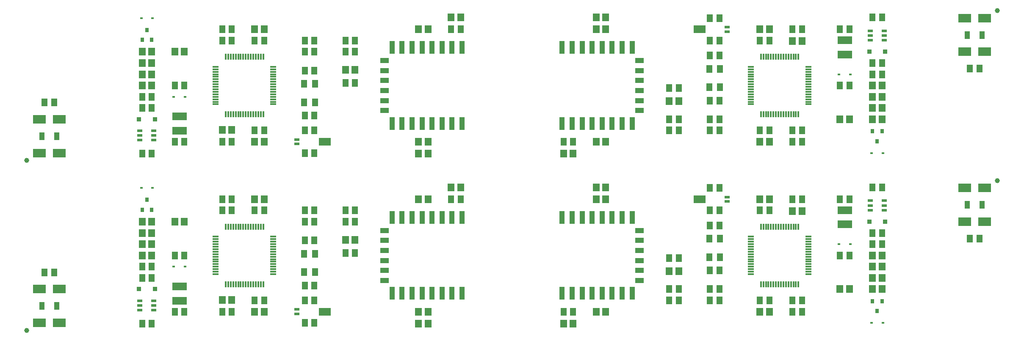
<source format=gtp>
G04*
G04 #@! TF.GenerationSoftware,Altium Limited,Altium Designer,22.8.2 (66)*
G04*
G04 Layer_Color=8421504*
%FSLAX25Y25*%
%MOIN*%
G70*
G04*
G04 #@! TF.SameCoordinates,C3FD66B6-40D4-4EF1-9346-9CEE37E5CDB1*
G04*
G04*
G04 #@! TF.FilePolarity,Positive*
G04*
G01*
G75*
%ADD10C,0.03937*%
%ADD11R,0.01181X0.04724*%
%ADD12R,0.04724X0.01181*%
%ADD13R,0.05315X0.05906*%
%ADD14R,0.05118X0.05906*%
%ADD15R,0.07087X0.03937*%
%ADD16R,0.03937X0.09843*%
%ADD17R,0.02323X0.01772*%
%ADD18R,0.03150X0.03543*%
%ADD19R,0.11811X0.06102*%
%ADD20R,0.03543X0.03740*%
%ADD21R,0.04331X0.02362*%
%ADD22R,0.09843X0.06693*%
%ADD23R,0.03937X0.06299*%
%ADD24R,0.09449X0.05906*%
%ADD25R,0.04921X0.06299*%
%ADD34R,0.02323X0.01772*%
G54D10*
X803150Y259842D02*
D03*
Y125984D02*
D03*
X39370Y7874D02*
D03*
Y141732D02*
D03*
G54D11*
X617126Y223425D02*
D03*
X619095D02*
D03*
X621063D02*
D03*
X623032D02*
D03*
X625000D02*
D03*
X626968D02*
D03*
X628937D02*
D03*
X630905D02*
D03*
X632874D02*
D03*
X634842D02*
D03*
X636811D02*
D03*
X638779D02*
D03*
X640748D02*
D03*
X642717D02*
D03*
X644685D02*
D03*
X646654D02*
D03*
Y178150D02*
D03*
X644685D02*
D03*
X642717D02*
D03*
X640748D02*
D03*
X638779D02*
D03*
X636811D02*
D03*
X634842D02*
D03*
X632874D02*
D03*
X630905D02*
D03*
X628937D02*
D03*
X626968D02*
D03*
X625000D02*
D03*
X623032D02*
D03*
X621063D02*
D03*
X619095D02*
D03*
X617126D02*
D03*
Y89567D02*
D03*
X619095D02*
D03*
X621063D02*
D03*
X623032D02*
D03*
X625000D02*
D03*
X626968D02*
D03*
X628937D02*
D03*
X630905D02*
D03*
X632874D02*
D03*
X634842D02*
D03*
X636811D02*
D03*
X638779D02*
D03*
X640748D02*
D03*
X642717D02*
D03*
X644685D02*
D03*
X646654D02*
D03*
Y44291D02*
D03*
X644685D02*
D03*
X642717D02*
D03*
X640748D02*
D03*
X638779D02*
D03*
X636811D02*
D03*
X634842D02*
D03*
X632874D02*
D03*
X630905D02*
D03*
X628937D02*
D03*
X626968D02*
D03*
X625000D02*
D03*
X623032D02*
D03*
X621063D02*
D03*
X619095D02*
D03*
X617126D02*
D03*
X225394Y44291D02*
D03*
X223425D02*
D03*
X221457D02*
D03*
X219488D02*
D03*
X217520D02*
D03*
X215551D02*
D03*
X213583D02*
D03*
X211614D02*
D03*
X209646D02*
D03*
X207677D02*
D03*
X205709D02*
D03*
X203740D02*
D03*
X201772D02*
D03*
X199803D02*
D03*
X197835D02*
D03*
X195866D02*
D03*
Y89567D02*
D03*
X197835D02*
D03*
X199803D02*
D03*
X201772D02*
D03*
X203740D02*
D03*
X205709D02*
D03*
X207677D02*
D03*
X209646D02*
D03*
X211614D02*
D03*
X213583D02*
D03*
X215551D02*
D03*
X217520D02*
D03*
X219488D02*
D03*
X221457D02*
D03*
X223425D02*
D03*
X225394D02*
D03*
Y178150D02*
D03*
X223425D02*
D03*
X221457D02*
D03*
X219488D02*
D03*
X217520D02*
D03*
X215551D02*
D03*
X213583D02*
D03*
X211614D02*
D03*
X209646D02*
D03*
X207677D02*
D03*
X205709D02*
D03*
X203740D02*
D03*
X201772D02*
D03*
X199803D02*
D03*
X197835D02*
D03*
X195866D02*
D03*
Y223425D02*
D03*
X197835D02*
D03*
X199803D02*
D03*
X201772D02*
D03*
X203740D02*
D03*
X205709D02*
D03*
X207677D02*
D03*
X209646D02*
D03*
X211614D02*
D03*
X213583D02*
D03*
X215551D02*
D03*
X217520D02*
D03*
X219488D02*
D03*
X221457D02*
D03*
X223425D02*
D03*
X225394D02*
D03*
G54D12*
X654528Y215551D02*
D03*
Y213583D02*
D03*
Y211614D02*
D03*
Y209646D02*
D03*
Y207677D02*
D03*
Y205709D02*
D03*
Y203740D02*
D03*
Y201772D02*
D03*
Y199803D02*
D03*
Y197835D02*
D03*
Y195866D02*
D03*
Y193898D02*
D03*
Y191929D02*
D03*
Y189961D02*
D03*
Y187992D02*
D03*
Y186024D02*
D03*
X609252D02*
D03*
Y187992D02*
D03*
Y189961D02*
D03*
Y191929D02*
D03*
Y193898D02*
D03*
Y195866D02*
D03*
Y197835D02*
D03*
Y199803D02*
D03*
Y201772D02*
D03*
Y203740D02*
D03*
Y205709D02*
D03*
Y207677D02*
D03*
Y209646D02*
D03*
Y211614D02*
D03*
Y213583D02*
D03*
Y215551D02*
D03*
X654528Y81693D02*
D03*
Y79724D02*
D03*
Y77756D02*
D03*
Y75787D02*
D03*
Y73819D02*
D03*
Y71850D02*
D03*
Y69882D02*
D03*
Y67913D02*
D03*
Y65945D02*
D03*
Y63976D02*
D03*
Y62008D02*
D03*
Y60039D02*
D03*
Y58071D02*
D03*
Y56102D02*
D03*
Y54134D02*
D03*
Y52165D02*
D03*
X609252D02*
D03*
Y54134D02*
D03*
Y56102D02*
D03*
Y58071D02*
D03*
Y60039D02*
D03*
Y62008D02*
D03*
Y63976D02*
D03*
Y65945D02*
D03*
Y67913D02*
D03*
Y69882D02*
D03*
Y71850D02*
D03*
Y73819D02*
D03*
Y75787D02*
D03*
Y77756D02*
D03*
Y79724D02*
D03*
Y81693D02*
D03*
X187992Y52165D02*
D03*
Y54134D02*
D03*
Y56102D02*
D03*
Y58071D02*
D03*
Y60039D02*
D03*
Y62008D02*
D03*
Y63976D02*
D03*
Y65945D02*
D03*
Y67913D02*
D03*
Y69882D02*
D03*
Y71850D02*
D03*
Y73819D02*
D03*
Y75787D02*
D03*
Y77756D02*
D03*
Y79724D02*
D03*
Y81693D02*
D03*
X233268D02*
D03*
Y79724D02*
D03*
Y77756D02*
D03*
Y75787D02*
D03*
Y73819D02*
D03*
Y71850D02*
D03*
Y69882D02*
D03*
Y67913D02*
D03*
Y65945D02*
D03*
Y63976D02*
D03*
Y62008D02*
D03*
Y60039D02*
D03*
Y58071D02*
D03*
Y56102D02*
D03*
Y54134D02*
D03*
Y52165D02*
D03*
X187992Y186024D02*
D03*
Y187992D02*
D03*
Y189961D02*
D03*
Y191929D02*
D03*
Y193898D02*
D03*
Y195866D02*
D03*
Y197835D02*
D03*
Y199803D02*
D03*
Y201772D02*
D03*
Y203740D02*
D03*
Y205709D02*
D03*
Y207677D02*
D03*
Y209646D02*
D03*
Y211614D02*
D03*
Y213583D02*
D03*
Y215551D02*
D03*
X233268D02*
D03*
Y213583D02*
D03*
Y211614D02*
D03*
Y209646D02*
D03*
Y207677D02*
D03*
Y205709D02*
D03*
Y203740D02*
D03*
Y201772D02*
D03*
Y199803D02*
D03*
Y197835D02*
D03*
Y195866D02*
D03*
Y193898D02*
D03*
Y191929D02*
D03*
Y189961D02*
D03*
Y187992D02*
D03*
Y186024D02*
D03*
G54D13*
X641929Y235728D02*
D03*
X649409D02*
D03*
X544980Y188484D02*
D03*
X552461D02*
D03*
X494882Y156496D02*
D03*
X487402D02*
D03*
X487402Y254429D02*
D03*
X494882D02*
D03*
X487402Y245079D02*
D03*
X494882D02*
D03*
X469291Y147146D02*
D03*
X461811D02*
D03*
X704921Y191929D02*
D03*
X712402D02*
D03*
X704921Y200787D02*
D03*
X712402D02*
D03*
X712402Y174213D02*
D03*
X704921D02*
D03*
X704921Y183071D02*
D03*
X712402D02*
D03*
X616339Y156496D02*
D03*
X623819D02*
D03*
X623819Y245079D02*
D03*
X616339D02*
D03*
X679331Y174213D02*
D03*
X686811D02*
D03*
X641929Y101870D02*
D03*
X649409D02*
D03*
X544980Y54626D02*
D03*
X552461D02*
D03*
X494882Y22638D02*
D03*
X487402D02*
D03*
X487402Y120571D02*
D03*
X494882D02*
D03*
X487402Y111221D02*
D03*
X494882D02*
D03*
X469291Y13287D02*
D03*
X461811D02*
D03*
X704921Y58071D02*
D03*
X712402D02*
D03*
X704921Y66929D02*
D03*
X712402D02*
D03*
X712402Y40354D02*
D03*
X704921D02*
D03*
X704921Y49213D02*
D03*
X712402D02*
D03*
X616339Y22638D02*
D03*
X623819D02*
D03*
X623819Y111221D02*
D03*
X616339D02*
D03*
X679331Y40354D02*
D03*
X686811D02*
D03*
X200591Y31988D02*
D03*
X193110D02*
D03*
X297539Y79232D02*
D03*
X290059D02*
D03*
X347638Y111221D02*
D03*
X355118D02*
D03*
X355118Y13287D02*
D03*
X347638D02*
D03*
X355118Y22638D02*
D03*
X347638D02*
D03*
X373228Y120571D02*
D03*
X380709D02*
D03*
X137598Y75787D02*
D03*
X130118D02*
D03*
X137598Y66929D02*
D03*
X130118D02*
D03*
X130118Y93504D02*
D03*
X137598D02*
D03*
X137598Y84646D02*
D03*
X130118D02*
D03*
X226181Y111221D02*
D03*
X218701D02*
D03*
X218701Y22638D02*
D03*
X226181D02*
D03*
X163189Y93504D02*
D03*
X155709D02*
D03*
X200591Y165847D02*
D03*
X193110D02*
D03*
X297539Y213090D02*
D03*
X290059D02*
D03*
X347638Y245079D02*
D03*
X355118D02*
D03*
X355118Y147146D02*
D03*
X347638D02*
D03*
X355118Y156496D02*
D03*
X347638D02*
D03*
X373228Y254429D02*
D03*
X380709D02*
D03*
X137598Y209646D02*
D03*
X130118D02*
D03*
X137598Y200787D02*
D03*
X130118D02*
D03*
X130118Y227362D02*
D03*
X137598D02*
D03*
X137598Y218504D02*
D03*
X130118D02*
D03*
X226181Y245079D02*
D03*
X218701D02*
D03*
X218701Y156496D02*
D03*
X226181D02*
D03*
X163189Y227362D02*
D03*
X155709D02*
D03*
G54D14*
X552461Y198819D02*
D03*
X544980D02*
D03*
X552461Y174213D02*
D03*
X544980D02*
D03*
X552461Y165354D02*
D03*
X544980D02*
D03*
X469291Y156496D02*
D03*
X461811D02*
D03*
X686811Y245079D02*
D03*
X679331D02*
D03*
X712402Y209646D02*
D03*
X704921D02*
D03*
X712402Y218504D02*
D03*
X704921D02*
D03*
X789173Y214075D02*
D03*
X781693D02*
D03*
X712402Y254429D02*
D03*
X704921D02*
D03*
X641929Y245079D02*
D03*
X649409D02*
D03*
X679331Y200787D02*
D03*
X686811D02*
D03*
X641929Y156496D02*
D03*
X649409D02*
D03*
X623819Y236221D02*
D03*
X616339D02*
D03*
X641929Y165354D02*
D03*
X649409D02*
D03*
X616339D02*
D03*
X623819D02*
D03*
X576968D02*
D03*
X584449D02*
D03*
X576968Y236221D02*
D03*
X584449D02*
D03*
X576968Y253937D02*
D03*
X584449D02*
D03*
X576968Y188976D02*
D03*
X584449D02*
D03*
Y224410D02*
D03*
X576968D02*
D03*
Y174213D02*
D03*
X584449D02*
D03*
X552461Y64961D02*
D03*
X544980D02*
D03*
X552461Y40354D02*
D03*
X544980D02*
D03*
X552461Y31496D02*
D03*
X544980D02*
D03*
X469291Y22638D02*
D03*
X461811D02*
D03*
X686811Y111221D02*
D03*
X679331D02*
D03*
X712402Y75787D02*
D03*
X704921D02*
D03*
X712402Y84646D02*
D03*
X704921D02*
D03*
X789173Y80216D02*
D03*
X781693D02*
D03*
X712402Y120571D02*
D03*
X704921D02*
D03*
X641929Y111221D02*
D03*
X649409D02*
D03*
X679331Y66929D02*
D03*
X686811D02*
D03*
X641929Y22638D02*
D03*
X649409D02*
D03*
X623819Y102362D02*
D03*
X616339D02*
D03*
X641929Y31496D02*
D03*
X649409D02*
D03*
X616339D02*
D03*
X623819D02*
D03*
X576968D02*
D03*
X584449D02*
D03*
X576968Y102362D02*
D03*
X584449D02*
D03*
X576968Y120079D02*
D03*
X584449D02*
D03*
X576968Y55118D02*
D03*
X584449D02*
D03*
Y90551D02*
D03*
X576968D02*
D03*
Y40354D02*
D03*
X584449D02*
D03*
X290059Y68898D02*
D03*
X297539D02*
D03*
X290059Y93504D02*
D03*
X297539D02*
D03*
X290059Y102362D02*
D03*
X297539D02*
D03*
X373228Y111221D02*
D03*
X380709D02*
D03*
X155709Y22638D02*
D03*
X163189D02*
D03*
X130118Y58071D02*
D03*
X137598D02*
D03*
X130118Y49213D02*
D03*
X137598D02*
D03*
X53347Y53642D02*
D03*
X60827D02*
D03*
X130118Y13287D02*
D03*
X137598D02*
D03*
X200591Y22638D02*
D03*
X193110D02*
D03*
X163189Y66929D02*
D03*
X155709D02*
D03*
X200591Y111221D02*
D03*
X193110D02*
D03*
X218701Y31496D02*
D03*
X226181D02*
D03*
X200591Y102362D02*
D03*
X193110D02*
D03*
X226181D02*
D03*
X218701D02*
D03*
X265551D02*
D03*
X258071D02*
D03*
X265551Y31496D02*
D03*
X258071D02*
D03*
X265551Y13780D02*
D03*
X258071D02*
D03*
X265551Y78740D02*
D03*
X258071D02*
D03*
Y43307D02*
D03*
X265551D02*
D03*
Y93504D02*
D03*
X258071D02*
D03*
X290059Y202756D02*
D03*
X297539D02*
D03*
X290059Y227362D02*
D03*
X297539D02*
D03*
X290059Y236221D02*
D03*
X297539D02*
D03*
X373228Y245079D02*
D03*
X380709D02*
D03*
X155709Y156496D02*
D03*
X163189D02*
D03*
X130118Y191929D02*
D03*
X137598D02*
D03*
X130118Y183071D02*
D03*
X137598D02*
D03*
X53347Y187500D02*
D03*
X60827D02*
D03*
X130118Y147146D02*
D03*
X137598D02*
D03*
X200591Y156496D02*
D03*
X193110D02*
D03*
X163189Y200787D02*
D03*
X155709D02*
D03*
X200591Y245079D02*
D03*
X193110D02*
D03*
X218701Y165354D02*
D03*
X226181D02*
D03*
X200591Y236221D02*
D03*
X193110D02*
D03*
X226181D02*
D03*
X218701D02*
D03*
X265551D02*
D03*
X258071D02*
D03*
X265551Y165354D02*
D03*
X258071D02*
D03*
X265551Y147638D02*
D03*
X258071D02*
D03*
X265551Y212598D02*
D03*
X258071D02*
D03*
Y177165D02*
D03*
X265551D02*
D03*
Y227362D02*
D03*
X258071D02*
D03*
G54D15*
X521654Y181102D02*
D03*
Y188976D02*
D03*
Y196850D02*
D03*
Y204724D02*
D03*
Y212598D02*
D03*
Y220472D02*
D03*
D03*
Y47244D02*
D03*
Y55118D02*
D03*
Y62992D02*
D03*
Y70866D02*
D03*
Y78740D02*
D03*
Y86614D02*
D03*
D03*
X320866Y86614D02*
D03*
Y78740D02*
D03*
Y70866D02*
D03*
Y62992D02*
D03*
Y55118D02*
D03*
Y47244D02*
D03*
D03*
Y220472D02*
D03*
Y212598D02*
D03*
Y204724D02*
D03*
Y196850D02*
D03*
Y188976D02*
D03*
Y181102D02*
D03*
D03*
G54D16*
X460630Y170866D02*
D03*
Y230709D02*
D03*
X468504D02*
D03*
X476378D02*
D03*
X484252D02*
D03*
X492126D02*
D03*
X500000D02*
D03*
X507874D02*
D03*
X515748D02*
D03*
Y170866D02*
D03*
X507874D02*
D03*
X500000D02*
D03*
X492126D02*
D03*
X484252D02*
D03*
X476378D02*
D03*
X468504D02*
D03*
X460630Y37008D02*
D03*
Y96850D02*
D03*
X468504D02*
D03*
X476378D02*
D03*
X484252D02*
D03*
X492126D02*
D03*
X500000D02*
D03*
X507874D02*
D03*
X515748D02*
D03*
Y37008D02*
D03*
X507874D02*
D03*
X500000D02*
D03*
X492126D02*
D03*
X484252D02*
D03*
X476378D02*
D03*
X468504D02*
D03*
X381890Y96850D02*
D03*
Y37008D02*
D03*
X374016D02*
D03*
X366142D02*
D03*
X358268D02*
D03*
X350394D02*
D03*
X342520D02*
D03*
X334646D02*
D03*
X326772D02*
D03*
Y96850D02*
D03*
X334646D02*
D03*
X342520D02*
D03*
X350394D02*
D03*
X358268D02*
D03*
X366142D02*
D03*
X374016D02*
D03*
X381890Y230709D02*
D03*
Y170866D02*
D03*
X374016D02*
D03*
X366142D02*
D03*
X358268D02*
D03*
X350394D02*
D03*
X342520D02*
D03*
X334646D02*
D03*
X326772D02*
D03*
Y230709D02*
D03*
X334646D02*
D03*
X342520D02*
D03*
X350394D02*
D03*
X358268D02*
D03*
X366142D02*
D03*
X374016D02*
D03*
G54D17*
X713091Y147638D02*
D03*
X704232D02*
D03*
X678642Y209646D02*
D03*
X687500D02*
D03*
X713091Y13780D02*
D03*
X704232D02*
D03*
X678642Y75787D02*
D03*
X687500D02*
D03*
X129429Y120079D02*
D03*
X138287D02*
D03*
X129429Y253937D02*
D03*
X138287D02*
D03*
G54D18*
X704921Y164862D02*
D03*
X708661Y156988D02*
D03*
X712402Y164862D02*
D03*
X704921Y31004D02*
D03*
X708661Y23130D02*
D03*
X712402Y31004D02*
D03*
X137598Y102854D02*
D03*
X133858Y110728D02*
D03*
X130118Y102854D02*
D03*
X137598Y236713D02*
D03*
X133858Y244587D02*
D03*
X130118Y236713D02*
D03*
G54D19*
X683071Y225197D02*
D03*
Y236417D02*
D03*
Y91339D02*
D03*
Y102559D02*
D03*
X159449Y42520D02*
D03*
Y31299D02*
D03*
Y176378D02*
D03*
Y165157D02*
D03*
G54D20*
X702461Y227362D02*
D03*
X714862D02*
D03*
X702461Y93504D02*
D03*
X714862D02*
D03*
X140059Y40354D02*
D03*
X127657D02*
D03*
X140059Y174213D02*
D03*
X127657D02*
D03*
G54D21*
X703150Y236417D02*
D03*
Y240158D02*
D03*
Y243898D02*
D03*
X714173D02*
D03*
Y240158D02*
D03*
Y236417D02*
D03*
X590650Y243307D02*
D03*
Y246850D02*
D03*
X703150Y102559D02*
D03*
Y106299D02*
D03*
Y110039D02*
D03*
X714173D02*
D03*
Y106299D02*
D03*
Y102559D02*
D03*
X590650Y109449D02*
D03*
Y112992D02*
D03*
X139370Y31299D02*
D03*
Y27559D02*
D03*
Y23819D02*
D03*
X128347D02*
D03*
Y27559D02*
D03*
Y31299D02*
D03*
X251870Y24409D02*
D03*
Y20866D02*
D03*
X139370Y165157D02*
D03*
Y161417D02*
D03*
Y157677D02*
D03*
X128347D02*
D03*
Y161417D02*
D03*
Y165157D02*
D03*
X251870Y158268D02*
D03*
Y154724D02*
D03*
G54D22*
X793307Y227362D02*
D03*
X777559D02*
D03*
X793307Y253937D02*
D03*
X777559D02*
D03*
X793307Y93504D02*
D03*
X777559D02*
D03*
X793307Y120079D02*
D03*
X777559D02*
D03*
X49213Y40354D02*
D03*
X64961D02*
D03*
X49213Y13780D02*
D03*
X64961D02*
D03*
X49213Y174213D02*
D03*
X64961D02*
D03*
X49213Y147638D02*
D03*
X64961D02*
D03*
G54D23*
X791339Y240650D02*
D03*
X779528D02*
D03*
X791339Y106791D02*
D03*
X779528D02*
D03*
X51181Y27067D02*
D03*
X62992D02*
D03*
X51181Y160925D02*
D03*
X62992D02*
D03*
G54D24*
X568799Y245079D02*
D03*
Y111221D02*
D03*
X273721Y22638D02*
D03*
Y156496D02*
D03*
G54D25*
X585039Y213976D02*
D03*
X576378Y199409D02*
D03*
X585039D02*
D03*
X576378Y213976D02*
D03*
X585039Y80118D02*
D03*
X576378Y65551D02*
D03*
X585039D02*
D03*
X576378Y80118D02*
D03*
X257480Y53740D02*
D03*
X266142Y68307D02*
D03*
X257480D02*
D03*
X266142Y53740D02*
D03*
X257480Y187598D02*
D03*
X266142Y202165D02*
D03*
X257480D02*
D03*
X266142Y187598D02*
D03*
G54D34*
X163878Y58071D02*
D03*
X155020D02*
D03*
X163878Y191929D02*
D03*
X155020D02*
D03*
M02*

</source>
